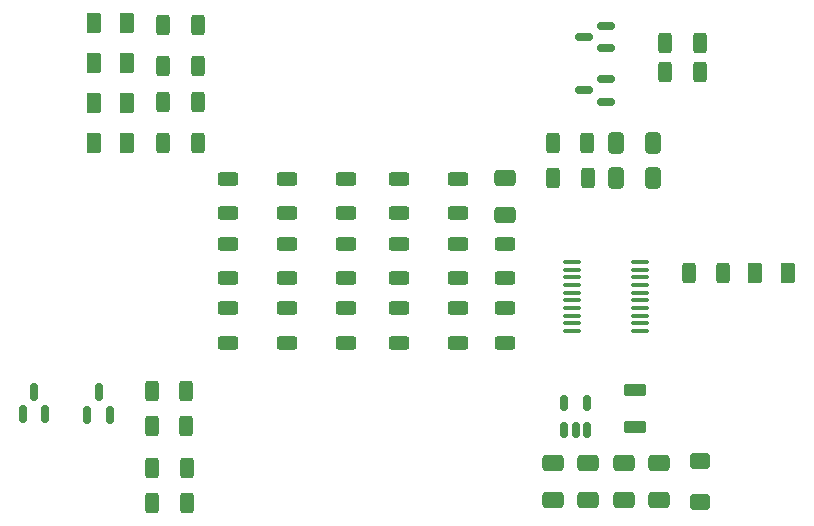
<source format=gbr>
%TF.GenerationSoftware,KiCad,Pcbnew,9.0.2-2.fc42*%
%TF.CreationDate,2025-05-29T14:11:18+08:00*%
%TF.ProjectId,civ2bcd,63697632-6263-4642-9e6b-696361645f70,rev?*%
%TF.SameCoordinates,Original*%
%TF.FileFunction,Paste,Top*%
%TF.FilePolarity,Positive*%
%FSLAX46Y46*%
G04 Gerber Fmt 4.6, Leading zero omitted, Abs format (unit mm)*
G04 Created by KiCad (PCBNEW 9.0.2-2.fc42) date 2025-05-29 14:11:18*
%MOMM*%
%LPD*%
G01*
G04 APERTURE LIST*
G04 Aperture macros list*
%AMRoundRect*
0 Rectangle with rounded corners*
0 $1 Rounding radius*
0 $2 $3 $4 $5 $6 $7 $8 $9 X,Y pos of 4 corners*
0 Add a 4 corners polygon primitive as box body*
4,1,4,$2,$3,$4,$5,$6,$7,$8,$9,$2,$3,0*
0 Add four circle primitives for the rounded corners*
1,1,$1+$1,$2,$3*
1,1,$1+$1,$4,$5*
1,1,$1+$1,$6,$7*
1,1,$1+$1,$8,$9*
0 Add four rect primitives between the rounded corners*
20,1,$1+$1,$2,$3,$4,$5,0*
20,1,$1+$1,$4,$5,$6,$7,0*
20,1,$1+$1,$6,$7,$8,$9,0*
20,1,$1+$1,$8,$9,$2,$3,0*%
G04 Aperture macros list end*
%ADD10RoundRect,0.250000X-0.375000X-0.625000X0.375000X-0.625000X0.375000X0.625000X-0.375000X0.625000X0*%
%ADD11RoundRect,0.150000X0.150000X-0.587500X0.150000X0.587500X-0.150000X0.587500X-0.150000X-0.587500X0*%
%ADD12RoundRect,0.250000X0.312500X0.625000X-0.312500X0.625000X-0.312500X-0.625000X0.312500X-0.625000X0*%
%ADD13RoundRect,0.250000X-0.625000X0.312500X-0.625000X-0.312500X0.625000X-0.312500X0.625000X0.312500X0*%
%ADD14RoundRect,0.250000X0.625000X-0.312500X0.625000X0.312500X-0.625000X0.312500X-0.625000X-0.312500X0*%
%ADD15RoundRect,0.250000X-0.312500X-0.625000X0.312500X-0.625000X0.312500X0.625000X-0.312500X0.625000X0*%
%ADD16RoundRect,0.150000X0.587500X0.150000X-0.587500X0.150000X-0.587500X-0.150000X0.587500X-0.150000X0*%
%ADD17RoundRect,0.250000X-0.412500X-0.650000X0.412500X-0.650000X0.412500X0.650000X-0.412500X0.650000X0*%
%ADD18RoundRect,0.250000X0.650000X-0.412500X0.650000X0.412500X-0.650000X0.412500X-0.650000X-0.412500X0*%
%ADD19RoundRect,0.250000X0.375000X0.625000X-0.375000X0.625000X-0.375000X-0.625000X0.375000X-0.625000X0*%
%ADD20RoundRect,0.250000X0.700000X-0.275000X0.700000X0.275000X-0.700000X0.275000X-0.700000X-0.275000X0*%
%ADD21RoundRect,0.250000X0.600000X-0.400000X0.600000X0.400000X-0.600000X0.400000X-0.600000X-0.400000X0*%
%ADD22RoundRect,0.100000X-0.637500X-0.100000X0.637500X-0.100000X0.637500X0.100000X-0.637500X0.100000X0*%
%ADD23RoundRect,0.150000X0.150000X-0.512500X0.150000X0.512500X-0.150000X0.512500X-0.150000X-0.512500X0*%
G04 APERTURE END LIST*
D10*
%TO.C,D3*%
X143700000Y-59330000D03*
X146500000Y-59330000D03*
%TD*%
D11*
%TO.C,Q2*%
X143100000Y-92500000D03*
X145000000Y-92500000D03*
X144050000Y-90625000D03*
%TD*%
D12*
%TO.C,R5*%
X194962500Y-61000000D03*
X192037500Y-61000000D03*
%TD*%
D13*
%TO.C,R15*%
X160037500Y-78037500D03*
X160037500Y-80962500D03*
%TD*%
D12*
%TO.C,R12*%
X152462500Y-66000000D03*
X149537500Y-66000000D03*
%TD*%
D13*
%TO.C,F5*%
X174500000Y-83500000D03*
X174500000Y-86425000D03*
%TD*%
D14*
%TO.C,F1*%
X155037500Y-75462500D03*
X155037500Y-72537500D03*
%TD*%
D12*
%TO.C,R7*%
X185462500Y-72500000D03*
X182537500Y-72500000D03*
%TD*%
%TO.C,R13*%
X152462500Y-69500000D03*
X149537500Y-69500000D03*
%TD*%
D13*
%TO.C,R18*%
X174500000Y-78037500D03*
X174500000Y-80962500D03*
%TD*%
D14*
%TO.C,F4*%
X169500000Y-75462500D03*
X169500000Y-72537500D03*
%TD*%
D12*
%TO.C,R2*%
X151500000Y-100000000D03*
X148575000Y-100000000D03*
%TD*%
D13*
%TO.C,F7*%
X165000000Y-83500000D03*
X165000000Y-86425000D03*
%TD*%
D15*
%TO.C,R3*%
X182500000Y-69500000D03*
X185425000Y-69500000D03*
%TD*%
D13*
%TO.C,F8*%
X160037500Y-83500000D03*
X160037500Y-86425000D03*
%TD*%
%TO.C,R14*%
X174500000Y-72537500D03*
X174500000Y-75462500D03*
%TD*%
D16*
%TO.C,Q1*%
X187000000Y-61500000D03*
X187000000Y-59600000D03*
X185125000Y-60550000D03*
%TD*%
D11*
%TO.C,Q4*%
X137650000Y-92437500D03*
X139550000Y-92437500D03*
X138600000Y-90562500D03*
%TD*%
D14*
%TO.C,R22*%
X178500000Y-80962500D03*
X178500000Y-78037500D03*
%TD*%
D17*
%TO.C,C5*%
X187875000Y-72500000D03*
X191000000Y-72500000D03*
%TD*%
D18*
%TO.C,C3*%
X185500000Y-99750000D03*
X185500000Y-96625000D03*
%TD*%
D19*
%TO.C,D2*%
X202400000Y-80500000D03*
X199600000Y-80500000D03*
%TD*%
D12*
%TO.C,R11*%
X152462500Y-63000000D03*
X149537500Y-63000000D03*
%TD*%
D18*
%TO.C,C1*%
X188500000Y-99750000D03*
X188500000Y-96625000D03*
%TD*%
D13*
%TO.C,F6*%
X169462500Y-83500000D03*
X169462500Y-86425000D03*
%TD*%
D14*
%TO.C,F2*%
X160037500Y-75462500D03*
X160037500Y-72537500D03*
%TD*%
D10*
%TO.C,D4*%
X143700000Y-62720000D03*
X146500000Y-62720000D03*
%TD*%
D12*
%TO.C,R9*%
X196962500Y-80500000D03*
X194037500Y-80500000D03*
%TD*%
%TO.C,R10*%
X152462500Y-59500000D03*
X149537500Y-59500000D03*
%TD*%
D15*
%TO.C,R1*%
X192037500Y-63500000D03*
X194962500Y-63500000D03*
%TD*%
D14*
%TO.C,F3*%
X165037500Y-75462500D03*
X165037500Y-72537500D03*
%TD*%
D16*
%TO.C,Q3*%
X187000000Y-66000000D03*
X187000000Y-64100000D03*
X185125000Y-65050000D03*
%TD*%
D13*
%TO.C,R17*%
X155037500Y-83500000D03*
X155037500Y-86425000D03*
%TD*%
D14*
%TO.C,R20*%
X178500000Y-86425000D03*
X178500000Y-83500000D03*
%TD*%
D17*
%TO.C,C6*%
X187875000Y-69500000D03*
X191000000Y-69500000D03*
%TD*%
D10*
%TO.C,D6*%
X143700000Y-69500000D03*
X146500000Y-69500000D03*
%TD*%
D20*
%TO.C,L1*%
X189500000Y-93575000D03*
X189500000Y-90425000D03*
%TD*%
D14*
%TO.C,R19*%
X169500000Y-80962500D03*
X169500000Y-78037500D03*
%TD*%
D21*
%TO.C,D1*%
X195000000Y-99915000D03*
X195000000Y-96415000D03*
%TD*%
D10*
%TO.C,D5*%
X143700000Y-66110000D03*
X146500000Y-66110000D03*
%TD*%
D18*
%TO.C,C7*%
X178500000Y-75625000D03*
X178500000Y-72500000D03*
%TD*%
%TO.C,C2*%
X191500000Y-99750000D03*
X191500000Y-96625000D03*
%TD*%
D12*
%TO.C,R8*%
X151462500Y-90500000D03*
X148537500Y-90500000D03*
%TD*%
D22*
%TO.C,U2*%
X184137500Y-79575000D03*
X184137500Y-80225000D03*
X184137500Y-80875000D03*
X184137500Y-81525000D03*
X184137500Y-82175000D03*
X184137500Y-82825000D03*
X184137500Y-83475000D03*
X184137500Y-84125000D03*
X184137500Y-84775000D03*
X184137500Y-85425000D03*
X189862500Y-85425000D03*
X189862500Y-84775000D03*
X189862500Y-84125000D03*
X189862500Y-83475000D03*
X189862500Y-82825000D03*
X189862500Y-82175000D03*
X189862500Y-81525000D03*
X189862500Y-80875000D03*
X189862500Y-80225000D03*
X189862500Y-79575000D03*
%TD*%
D23*
%TO.C,U1*%
X183500000Y-93775000D03*
X184450000Y-93775000D03*
X185400000Y-93775000D03*
X185400000Y-91500000D03*
X183500000Y-91500000D03*
%TD*%
D13*
%TO.C,R16*%
X165037500Y-78037500D03*
X165037500Y-80962500D03*
%TD*%
D12*
%TO.C,R4*%
X151462500Y-93500000D03*
X148537500Y-93500000D03*
%TD*%
D18*
%TO.C,C4*%
X182500000Y-99750000D03*
X182500000Y-96625000D03*
%TD*%
D14*
%TO.C,R21*%
X155037500Y-80962500D03*
X155037500Y-78037500D03*
%TD*%
D12*
%TO.C,R6*%
X151500000Y-97000000D03*
X148575000Y-97000000D03*
%TD*%
M02*

</source>
